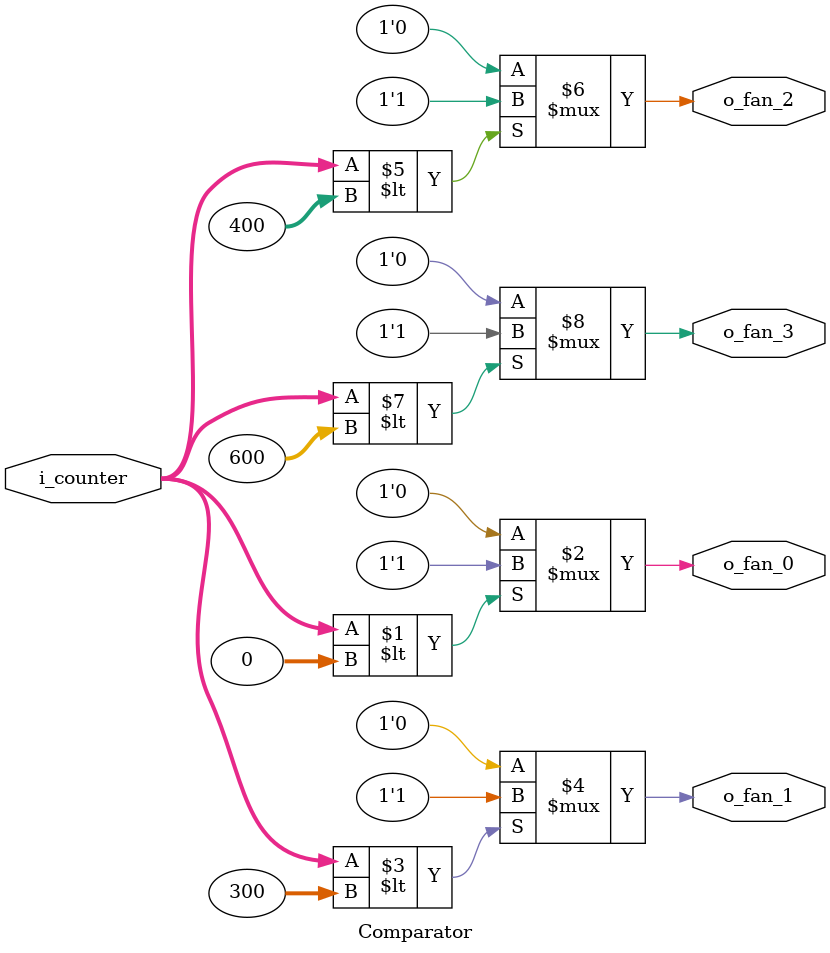
<source format=v>
`timescale 1ns / 1ps

module Comparator(
    input [9:0] i_counter,
    output o_fan_0, o_fan_1, o_fan_2, o_fan_3
    );

    assign o_fan_0 = (i_counter < 0)   ? 1'b1 : 1'b0;
    assign o_fan_1 = (i_counter < 300) ? 1'b1 : 1'b0;
    assign o_fan_2 = (i_counter < 400) ? 1'b1 : 1'b0;
    assign o_fan_3 = (i_counter < 600) ? 1'b1 : 1'b0;
endmodule

</source>
